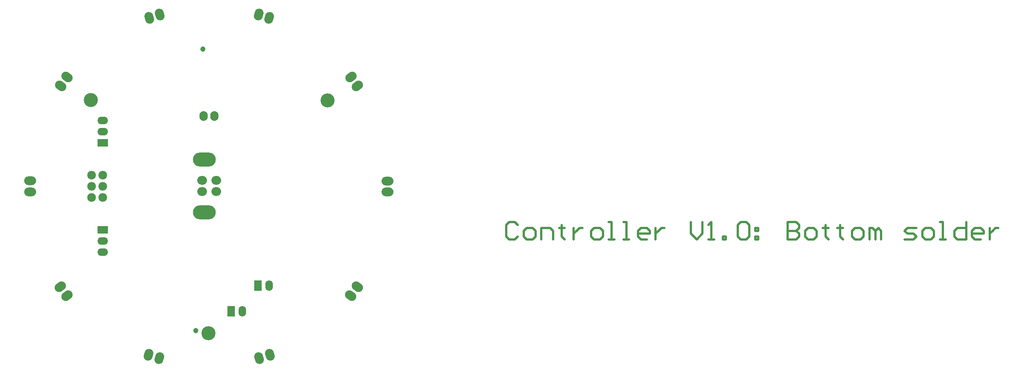
<source format=gbs>
%FSLAX24Y24*%
%MOIN*%
G70*
G01*
G75*
G04 Layer_Color=16711935*
%ADD10C,0.0591*%
%ADD11C,0.0472*%
%ADD12R,0.0394X0.0354*%
%ADD13R,0.0236X0.0512*%
%ADD14R,0.0276X0.0354*%
%ADD15R,0.0354X0.0276*%
%ADD16R,0.0551X0.0472*%
%ADD17R,0.0197X0.0591*%
%ADD18R,0.0512X0.0236*%
%ADD19R,0.0354X0.0394*%
%ADD20R,0.0787X0.0177*%
%ADD21R,0.0177X0.0787*%
%ADD22R,0.2362X0.0984*%
%ADD23O,0.0138X0.0827*%
%ADD24R,0.2165X0.0984*%
%ADD25R,0.0472X0.0551*%
G04:AMPARAMS|DCode=26|XSize=70.9mil|YSize=63mil|CornerRadius=0mil|HoleSize=0mil|Usage=FLASHONLY|Rotation=336.000|XOffset=0mil|YOffset=0mil|HoleType=Round|Shape=Rectangle|*
%AMROTATEDRECTD26*
4,1,4,-0.0452,-0.0144,-0.0196,0.0432,0.0452,0.0144,0.0196,-0.0432,-0.0452,-0.0144,0.0*
%
%ADD26ROTATEDRECTD26*%

G04:AMPARAMS|DCode=27|XSize=70.9mil|YSize=63mil|CornerRadius=0mil|HoleSize=0mil|Usage=FLASHONLY|Rotation=120.000|XOffset=0mil|YOffset=0mil|HoleType=Round|Shape=Rectangle|*
%AMROTATEDRECTD27*
4,1,4,0.0450,-0.0149,-0.0096,-0.0464,-0.0450,0.0149,0.0096,0.0464,0.0450,-0.0149,0.0*
%
%ADD27ROTATEDRECTD27*%

G04:AMPARAMS|DCode=28|XSize=51.2mil|YSize=39.4mil|CornerRadius=0mil|HoleSize=0mil|Usage=FLASHONLY|Rotation=31.000|XOffset=0mil|YOffset=0mil|HoleType=Round|Shape=Rectangle|*
%AMROTATEDRECTD28*
4,1,4,-0.0118,-0.0301,-0.0321,0.0037,0.0118,0.0301,0.0321,-0.0037,-0.0118,-0.0301,0.0*
%
%ADD28ROTATEDRECTD28*%

G04:AMPARAMS|DCode=29|XSize=51.2mil|YSize=39.4mil|CornerRadius=0mil|HoleSize=0mil|Usage=FLASHONLY|Rotation=319.000|XOffset=0mil|YOffset=0mil|HoleType=Round|Shape=Rectangle|*
%AMROTATEDRECTD29*
4,1,4,-0.0322,0.0019,-0.0064,0.0316,0.0322,-0.0019,0.0064,-0.0316,-0.0322,0.0019,0.0*
%
%ADD29ROTATEDRECTD29*%

G04:AMPARAMS|DCode=30|XSize=51.2mil|YSize=39.4mil|CornerRadius=0mil|HoleSize=0mil|Usage=FLASHONLY|Rotation=101.000|XOffset=0mil|YOffset=0mil|HoleType=Round|Shape=Rectangle|*
%AMROTATEDRECTD30*
4,1,4,0.0242,-0.0214,-0.0144,-0.0289,-0.0242,0.0214,0.0144,0.0289,0.0242,-0.0214,0.0*
%
%ADD30ROTATEDRECTD30*%

G04:AMPARAMS|DCode=31|XSize=70.9mil|YSize=63mil|CornerRadius=0mil|HoleSize=0mil|Usage=FLASHONLY|Rotation=190.000|XOffset=0mil|YOffset=0mil|HoleType=Round|Shape=Rectangle|*
%AMROTATEDRECTD31*
4,1,4,0.0294,0.0372,0.0404,-0.0249,-0.0294,-0.0372,-0.0404,0.0249,0.0294,0.0372,0.0*
%
%ADD31ROTATEDRECTD31*%

G04:AMPARAMS|DCode=32|XSize=70.9mil|YSize=63mil|CornerRadius=0mil|HoleSize=0mil|Usage=FLASHONLY|Rotation=48.000|XOffset=0mil|YOffset=0mil|HoleType=Round|Shape=Rectangle|*
%AMROTATEDRECTD32*
4,1,4,-0.0003,-0.0474,-0.0471,-0.0053,0.0003,0.0474,0.0471,0.0053,-0.0003,-0.0474,0.0*
%
%ADD32ROTATEDRECTD32*%

G04:AMPARAMS|DCode=33|XSize=51.2mil|YSize=39.4mil|CornerRadius=0mil|HoleSize=0mil|Usage=FLASHONLY|Rotation=246.000|XOffset=0mil|YOffset=0mil|HoleType=Round|Shape=Rectangle|*
%AMROTATEDRECTD33*
4,1,4,-0.0076,0.0314,0.0284,0.0154,0.0076,-0.0314,-0.0284,-0.0154,-0.0076,0.0314,0.0*
%
%ADD33ROTATEDRECTD33*%

G04:AMPARAMS|DCode=34|XSize=70.9mil|YSize=63mil|CornerRadius=0mil|HoleSize=0mil|Usage=FLASHONLY|Rotation=264.000|XOffset=0mil|YOffset=0mil|HoleType=Round|Shape=Rectangle|*
%AMROTATEDRECTD34*
4,1,4,-0.0276,0.0385,0.0350,0.0319,0.0276,-0.0385,-0.0350,-0.0319,-0.0276,0.0385,0.0*
%
%ADD34ROTATEDRECTD34*%

G04:AMPARAMS|DCode=35|XSize=51.2mil|YSize=39.4mil|CornerRadius=0mil|HoleSize=0mil|Usage=FLASHONLY|Rotation=176.000|XOffset=0mil|YOffset=0mil|HoleType=Round|Shape=Rectangle|*
%AMROTATEDRECTD35*
4,1,4,0.0269,0.0179,0.0242,-0.0214,-0.0269,-0.0179,-0.0242,0.0214,0.0269,0.0179,0.0*
%
%ADD35ROTATEDRECTD35*%

%ADD36C,0.0197*%
%ADD37C,0.0177*%
%ADD38C,0.0138*%
%ADD39C,0.0118*%
%ADD40C,0.0236*%
%ADD41C,0.0394*%
%ADD42C,0.0315*%
%ADD43C,0.0276*%
%ADD44O,0.0669X0.0787*%
%ADD45O,0.0787X0.0709*%
%ADD46O,0.1969X0.1181*%
%ADD47O,0.0591X0.0866*%
%ADD48R,0.0591X0.0866*%
%ADD49C,0.0700*%
%ADD50O,0.0866X0.0591*%
%ADD51R,0.0866X0.0591*%
%ADD52C,0.1181*%
%ADD53C,0.0394*%
G04:AMPARAMS|DCode=54|XSize=70.9mil|YSize=98.4mil|CornerRadius=0mil|HoleSize=0mil|Usage=FLASHONLY|Rotation=54.000|XOffset=0mil|YOffset=0mil|HoleType=Round|Shape=Round|*
%AMOVALD54*
21,1,0.0276,0.0709,0.0000,0.0000,144.0*
1,1,0.0709,0.0111,-0.0081*
1,1,0.0709,-0.0111,0.0081*
%
%ADD54OVALD54*%

G04:AMPARAMS|DCode=55|XSize=70.9mil|YSize=98.4mil|CornerRadius=0mil|HoleSize=0mil|Usage=FLASHONLY|Rotation=126.000|XOffset=0mil|YOffset=0mil|HoleType=Round|Shape=Round|*
%AMOVALD55*
21,1,0.0276,0.0709,0.0000,0.0000,216.0*
1,1,0.0709,0.0111,0.0081*
1,1,0.0709,-0.0111,-0.0081*
%
%ADD55OVALD55*%

G04:AMPARAMS|DCode=56|XSize=70.9mil|YSize=98.4mil|CornerRadius=0mil|HoleSize=0mil|Usage=FLASHONLY|Rotation=198.000|XOffset=0mil|YOffset=0mil|HoleType=Round|Shape=Round|*
%AMOVALD56*
21,1,0.0276,0.0709,0.0000,0.0000,288.0*
1,1,0.0709,-0.0043,0.0131*
1,1,0.0709,0.0043,-0.0131*
%
%ADD56OVALD56*%

%ADD57O,0.0984X0.0709*%
G04:AMPARAMS|DCode=58|XSize=70.9mil|YSize=98.4mil|CornerRadius=0mil|HoleSize=0mil|Usage=FLASHONLY|Rotation=342.000|XOffset=0mil|YOffset=0mil|HoleType=Round|Shape=Round|*
%AMOVALD58*
21,1,0.0276,0.0709,0.0000,0.0000,72.0*
1,1,0.0709,-0.0043,-0.0131*
1,1,0.0709,0.0043,0.0131*
%
%ADD58OVALD58*%

%ADD59C,0.0472*%
%ADD60C,0.0079*%
%ADD61C,0.0098*%
%ADD62C,0.0100*%
%ADD63C,0.0787*%
%ADD64R,0.0474X0.0434*%
%ADD65R,0.0316X0.0592*%
%ADD66R,0.0356X0.0434*%
%ADD67R,0.0434X0.0356*%
%ADD68R,0.0631X0.0552*%
%ADD69R,0.0277X0.0671*%
%ADD70R,0.0592X0.0316*%
%ADD71R,0.0434X0.0474*%
%ADD72R,0.0867X0.0257*%
%ADD73R,0.0257X0.0867*%
%ADD74R,0.2442X0.1064*%
%ADD75O,0.0218X0.0907*%
%ADD76R,0.2245X0.1064*%
%ADD77R,0.0552X0.0631*%
G04:AMPARAMS|DCode=78|XSize=78.9mil|YSize=71mil|CornerRadius=0mil|HoleSize=0mil|Usage=FLASHONLY|Rotation=336.000|XOffset=0mil|YOffset=0mil|HoleType=Round|Shape=Rectangle|*
%AMROTATEDRECTD78*
4,1,4,-0.0505,-0.0164,-0.0216,0.0485,0.0505,0.0164,0.0216,-0.0485,-0.0505,-0.0164,0.0*
%
%ADD78ROTATEDRECTD78*%

G04:AMPARAMS|DCode=79|XSize=78.9mil|YSize=71mil|CornerRadius=0mil|HoleSize=0mil|Usage=FLASHONLY|Rotation=120.000|XOffset=0mil|YOffset=0mil|HoleType=Round|Shape=Rectangle|*
%AMROTATEDRECTD79*
4,1,4,0.0505,-0.0164,-0.0110,-0.0519,-0.0505,0.0164,0.0110,0.0519,0.0505,-0.0164,0.0*
%
%ADD79ROTATEDRECTD79*%

G04:AMPARAMS|DCode=80|XSize=59.2mil|YSize=47.4mil|CornerRadius=0mil|HoleSize=0mil|Usage=FLASHONLY|Rotation=31.000|XOffset=0mil|YOffset=0mil|HoleType=Round|Shape=Rectangle|*
%AMROTATEDRECTD80*
4,1,4,-0.0132,-0.0355,-0.0376,0.0051,0.0132,0.0355,0.0376,-0.0051,-0.0132,-0.0355,0.0*
%
%ADD80ROTATEDRECTD80*%

G04:AMPARAMS|DCode=81|XSize=59.2mil|YSize=47.4mil|CornerRadius=0mil|HoleSize=0mil|Usage=FLASHONLY|Rotation=319.000|XOffset=0mil|YOffset=0mil|HoleType=Round|Shape=Rectangle|*
%AMROTATEDRECTD81*
4,1,4,-0.0379,0.0015,-0.0068,0.0373,0.0379,-0.0015,0.0068,-0.0373,-0.0379,0.0015,0.0*
%
%ADD81ROTATEDRECTD81*%

G04:AMPARAMS|DCode=82|XSize=59.2mil|YSize=47.4mil|CornerRadius=0mil|HoleSize=0mil|Usage=FLASHONLY|Rotation=101.000|XOffset=0mil|YOffset=0mil|HoleType=Round|Shape=Rectangle|*
%AMROTATEDRECTD82*
4,1,4,0.0289,-0.0245,-0.0176,-0.0336,-0.0289,0.0245,0.0176,0.0336,0.0289,-0.0245,0.0*
%
%ADD82ROTATEDRECTD82*%

G04:AMPARAMS|DCode=83|XSize=78.9mil|YSize=71mil|CornerRadius=0mil|HoleSize=0mil|Usage=FLASHONLY|Rotation=190.000|XOffset=0mil|YOffset=0mil|HoleType=Round|Shape=Rectangle|*
%AMROTATEDRECTD83*
4,1,4,0.0327,0.0418,0.0450,-0.0281,-0.0327,-0.0418,-0.0450,0.0281,0.0327,0.0418,0.0*
%
%ADD83ROTATEDRECTD83*%

G04:AMPARAMS|DCode=84|XSize=78.9mil|YSize=71mil|CornerRadius=0mil|HoleSize=0mil|Usage=FLASHONLY|Rotation=48.000|XOffset=0mil|YOffset=0mil|HoleType=Round|Shape=Rectangle|*
%AMROTATEDRECTD84*
4,1,4,-0.0000,-0.0531,-0.0528,-0.0056,0.0000,0.0531,0.0528,0.0056,-0.0000,-0.0531,0.0*
%
%ADD84ROTATEDRECTD84*%

G04:AMPARAMS|DCode=85|XSize=59.2mil|YSize=47.4mil|CornerRadius=0mil|HoleSize=0mil|Usage=FLASHONLY|Rotation=246.000|XOffset=0mil|YOffset=0mil|HoleType=Round|Shape=Rectangle|*
%AMROTATEDRECTD85*
4,1,4,-0.0096,0.0367,0.0337,0.0174,0.0096,-0.0367,-0.0337,-0.0174,-0.0096,0.0367,0.0*
%
%ADD85ROTATEDRECTD85*%

G04:AMPARAMS|DCode=86|XSize=78.9mil|YSize=71mil|CornerRadius=0mil|HoleSize=0mil|Usage=FLASHONLY|Rotation=264.000|XOffset=0mil|YOffset=0mil|HoleType=Round|Shape=Rectangle|*
%AMROTATEDRECTD86*
4,1,4,-0.0312,0.0429,0.0394,0.0355,0.0312,-0.0429,-0.0394,-0.0355,-0.0312,0.0429,0.0*
%
%ADD86ROTATEDRECTD86*%

G04:AMPARAMS|DCode=87|XSize=59.2mil|YSize=47.4mil|CornerRadius=0mil|HoleSize=0mil|Usage=FLASHONLY|Rotation=176.000|XOffset=0mil|YOffset=0mil|HoleType=Round|Shape=Rectangle|*
%AMROTATEDRECTD87*
4,1,4,0.0312,0.0216,0.0279,-0.0257,-0.0312,-0.0216,-0.0279,0.0257,0.0312,0.0216,0.0*
%
%ADD87ROTATEDRECTD87*%

%ADD88O,0.0749X0.0867*%
%ADD89O,0.0867X0.0789*%
%ADD90O,0.2049X0.1261*%
%ADD91O,0.0671X0.0946*%
%ADD92R,0.0671X0.0946*%
%ADD93C,0.0780*%
%ADD94O,0.0946X0.0671*%
%ADD95R,0.0946X0.0671*%
%ADD96C,0.1261*%
%ADD97C,0.0474*%
G04:AMPARAMS|DCode=98|XSize=78.9mil|YSize=106.4mil|CornerRadius=0mil|HoleSize=0mil|Usage=FLASHONLY|Rotation=54.000|XOffset=0mil|YOffset=0mil|HoleType=Round|Shape=Round|*
%AMOVALD98*
21,1,0.0276,0.0789,0.0000,0.0000,144.0*
1,1,0.0789,0.0111,-0.0081*
1,1,0.0789,-0.0111,0.0081*
%
%ADD98OVALD98*%

G04:AMPARAMS|DCode=99|XSize=78.9mil|YSize=106.4mil|CornerRadius=0mil|HoleSize=0mil|Usage=FLASHONLY|Rotation=126.000|XOffset=0mil|YOffset=0mil|HoleType=Round|Shape=Round|*
%AMOVALD99*
21,1,0.0276,0.0789,0.0000,0.0000,216.0*
1,1,0.0789,0.0111,0.0081*
1,1,0.0789,-0.0111,-0.0081*
%
%ADD99OVALD99*%

G04:AMPARAMS|DCode=100|XSize=78.9mil|YSize=106.4mil|CornerRadius=0mil|HoleSize=0mil|Usage=FLASHONLY|Rotation=198.000|XOffset=0mil|YOffset=0mil|HoleType=Round|Shape=Round|*
%AMOVALD100*
21,1,0.0276,0.0789,0.0000,0.0000,288.0*
1,1,0.0789,-0.0043,0.0131*
1,1,0.0789,0.0043,-0.0131*
%
%ADD100OVALD100*%

%ADD101O,0.1064X0.0789*%
G04:AMPARAMS|DCode=102|XSize=78.9mil|YSize=106.4mil|CornerRadius=0mil|HoleSize=0mil|Usage=FLASHONLY|Rotation=342.000|XOffset=0mil|YOffset=0mil|HoleType=Round|Shape=Round|*
%AMOVALD102*
21,1,0.0276,0.0789,0.0000,0.0000,72.0*
1,1,0.0789,-0.0043,-0.0131*
1,1,0.0789,0.0043,0.0131*
%
%ADD102OVALD102*%

G54D36*
X27664Y-3452D02*
X27401Y-3189D01*
X26877D01*
X26614Y-3452D01*
Y-4501D01*
X26877Y-4764D01*
X27401D01*
X27664Y-4501D01*
X28451Y-4764D02*
X28976D01*
X29238Y-4501D01*
Y-3977D01*
X28976Y-3714D01*
X28451D01*
X28188Y-3977D01*
Y-4501D01*
X28451Y-4764D01*
X29763D02*
Y-3714D01*
X30550D01*
X30812Y-3977D01*
Y-4764D01*
X31599Y-3452D02*
Y-3714D01*
X31337D01*
X31862D01*
X31599D01*
Y-4501D01*
X31862Y-4764D01*
X32649Y-3714D02*
Y-4764D01*
Y-4239D01*
X32911Y-3977D01*
X33174Y-3714D01*
X33436D01*
X34486Y-4764D02*
X35010D01*
X35273Y-4501D01*
Y-3977D01*
X35010Y-3714D01*
X34486D01*
X34223Y-3977D01*
Y-4501D01*
X34486Y-4764D01*
X35798D02*
X36322D01*
X36060D01*
Y-3189D01*
X35798D01*
X37109Y-4764D02*
X37634D01*
X37372D01*
Y-3189D01*
X37109D01*
X39209Y-4764D02*
X38684D01*
X38421Y-4501D01*
Y-3977D01*
X38684Y-3714D01*
X39209D01*
X39471Y-3977D01*
Y-4239D01*
X38421D01*
X39996Y-3714D02*
Y-4764D01*
Y-4239D01*
X40258Y-3977D01*
X40520Y-3714D01*
X40783D01*
X43144Y-3189D02*
Y-4239D01*
X43669Y-4764D01*
X44194Y-4239D01*
Y-3189D01*
X44719Y-4764D02*
X45243D01*
X44981D01*
Y-3189D01*
X44719Y-3452D01*
X46030Y-4764D02*
Y-4501D01*
X46293D01*
Y-4764D01*
X46030D01*
X47342Y-3452D02*
X47605Y-3189D01*
X48130D01*
X48392Y-3452D01*
Y-4501D01*
X48130Y-4764D01*
X47605D01*
X47342Y-4501D01*
Y-3452D01*
X48917Y-3714D02*
X49179D01*
Y-3977D01*
X48917D01*
Y-3714D01*
Y-4501D02*
X49179D01*
Y-4764D01*
X48917D01*
Y-4501D01*
X51803Y-3189D02*
Y-4764D01*
X52590D01*
X52852Y-4501D01*
Y-4239D01*
X52590Y-3977D01*
X51803D01*
X52590D01*
X52852Y-3714D01*
Y-3452D01*
X52590Y-3189D01*
X51803D01*
X53640Y-4764D02*
X54164D01*
X54427Y-4501D01*
Y-3977D01*
X54164Y-3714D01*
X53640D01*
X53377Y-3977D01*
Y-4501D01*
X53640Y-4764D01*
X55214Y-3452D02*
Y-3714D01*
X54951D01*
X55476D01*
X55214D01*
Y-4501D01*
X55476Y-4764D01*
X56526Y-3452D02*
Y-3714D01*
X56263D01*
X56788D01*
X56526D01*
Y-4501D01*
X56788Y-4764D01*
X57838D02*
X58362D01*
X58625Y-4501D01*
Y-3977D01*
X58362Y-3714D01*
X57838D01*
X57575Y-3977D01*
Y-4501D01*
X57838Y-4764D01*
X59150D02*
Y-3714D01*
X59412D01*
X59674Y-3977D01*
Y-4764D01*
Y-3977D01*
X59937Y-3714D01*
X60199Y-3977D01*
Y-4764D01*
X62298D02*
X63085D01*
X63348Y-4501D01*
X63085Y-4239D01*
X62561D01*
X62298Y-3977D01*
X62561Y-3714D01*
X63348D01*
X64135Y-4764D02*
X64660D01*
X64922Y-4501D01*
Y-3977D01*
X64660Y-3714D01*
X64135D01*
X63872Y-3977D01*
Y-4501D01*
X64135Y-4764D01*
X65447D02*
X65972D01*
X65709D01*
Y-3189D01*
X65447D01*
X67808D02*
Y-4764D01*
X67021D01*
X66759Y-4501D01*
Y-3977D01*
X67021Y-3714D01*
X67808D01*
X69120Y-4764D02*
X68595D01*
X68333Y-4501D01*
Y-3977D01*
X68595Y-3714D01*
X69120D01*
X69382Y-3977D01*
Y-4239D01*
X68333D01*
X69907Y-3714D02*
Y-4764D01*
Y-4239D01*
X70170Y-3977D01*
X70432Y-3714D01*
X70694D01*
G54D88*
X-492Y6300D02*
D03*
X492D02*
D03*
G54D89*
X-616Y-450D02*
D03*
Y534D02*
D03*
X644D02*
D03*
Y-450D02*
D03*
G54D90*
X-423Y-2328D02*
D03*
Y2412D02*
D03*
G54D91*
X5400Y-8900D02*
D03*
X3000Y-11200D02*
D03*
G54D92*
X4400Y-8900D02*
D03*
X2000Y-11200D02*
D03*
G54D93*
X-9500Y-1000D02*
D03*
Y0D02*
D03*
Y1000D02*
D03*
X-10500D02*
D03*
Y0D02*
D03*
Y-1000D02*
D03*
G54D94*
X-9500Y5900D02*
D03*
Y4900D02*
D03*
Y-5900D02*
D03*
Y-4900D02*
D03*
G54D95*
Y3900D02*
D03*
Y-3900D02*
D03*
G54D96*
X-39Y-13150D02*
D03*
X10630Y7717D02*
D03*
X-10591Y7756D02*
D03*
G54D97*
X-551Y12323D02*
D03*
X-1181Y-12913D02*
D03*
G54D98*
X-12700Y9800D02*
D03*
X-13279Y9004D02*
D03*
X12700Y-9800D02*
D03*
X13279Y-9004D02*
D03*
G54D99*
X-12721Y-9796D02*
D03*
X-13300Y-9000D02*
D03*
X12721Y9796D02*
D03*
X13300Y9000D02*
D03*
G54D100*
X4500Y-15400D02*
D03*
X5436Y-15096D02*
D03*
X-5336Y15096D02*
D03*
X-4400Y15400D02*
D03*
G54D101*
X16000Y484D02*
D03*
Y-500D02*
D03*
X-16000Y500D02*
D03*
Y-484D02*
D03*
G54D102*
X5400Y15100D02*
D03*
X4464Y15404D02*
D03*
X-4464Y-15404D02*
D03*
X-5400Y-15100D02*
D03*
M02*

</source>
